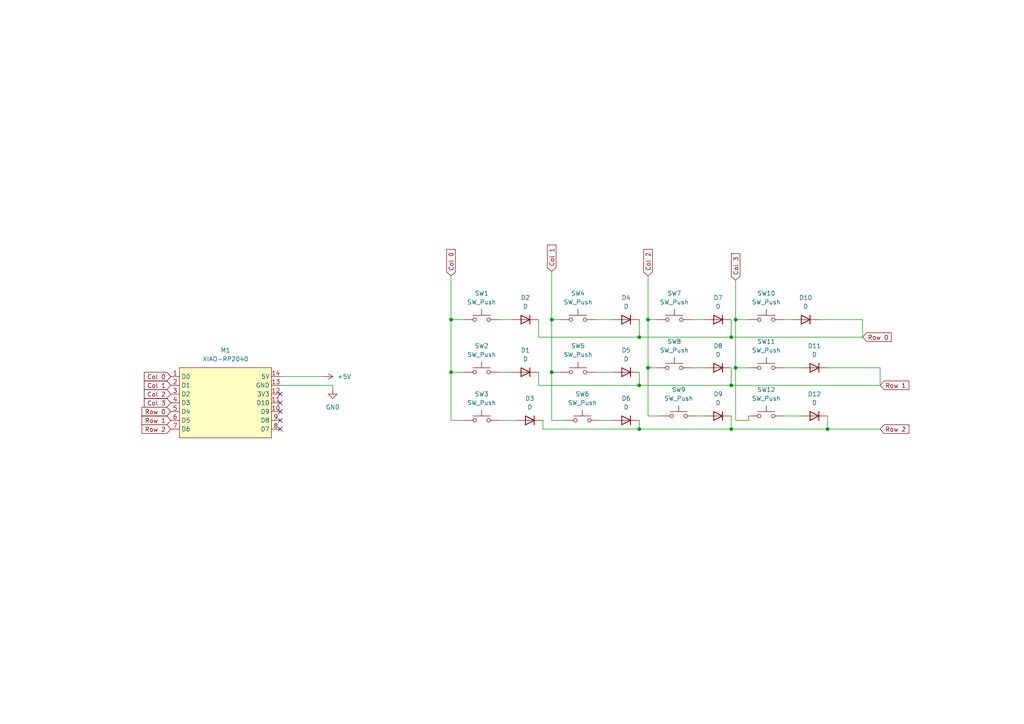
<source format=kicad_sch>
(kicad_sch (version 20231120) (generator "eeschema") (generator_version "8.0")
  (paper "A4")
  (lib_symbols
    (symbol "Device:D" (pin_numbers hide) (pin_names (offset 1.016) hide)
      (property "Reference" "D" (at 0 2.54 0))
      (property "Value" "D" (at 0 -2.54 0))
      (symbol "D_0_1"
        (polyline (pts (xy -1.27 1.27) (xy -1.27 -1.27)) (stroke (width 0.254)))
        (polyline (pts (xy 1.27 0) (xy -1.27 0)))
        (polyline (pts (xy 1.27 1.27) (xy 1.27 -1.27) (xy -1.27 0) (xy 1.27 1.27)) (stroke (width 0.254)))
      )
      (symbol "D_1_1"
        (pin passive line (at -3.81 0 0) (length 2.54) (name "K") (number "1"))
        (pin passive line (at 3.81 0 180) (length 2.54) (name "A") (number "2"))
      )
    )
    (symbol "Switch:SW_Push" (pin_numbers hide) (pin_names (offset 1.016) hide)
      (property "Reference" "SW" (at 1.27 2.54 0))
      (property "Value" "SW_Push" (at 0 -1.524 0))
      (symbol "SW_Push_0_1"
        (circle (center -2.032 0) (radius 0.508))
        (polyline (pts (xy 0 1.27) (xy 0 3.048)))
        (polyline (pts (xy 2.54 1.27) (xy -2.54 1.27)))
        (circle (center 2.032 0) (radius 0.508))
        (pin passive line (at -5.08 0 0) (length 2.54) (name "1") (number "1"))
        (pin passive line (at 5.08 0 180) (length 2.54) (name "2") (number "2"))
      )
    )
    (symbol "power:+5V" (power) (pin_numbers hide) (pin_names (offset 0) hide)
      (property "Value" "+5V" (at 0 3.556 0))
      (symbol "+5V_0_1"
        (polyline (pts (xy -0.762 1.27) (xy 0 2.54)))
        (polyline (pts (xy 0 0) (xy 0 2.54)))
        (polyline (pts (xy 0 2.54) (xy 0.762 1.27)))
      )
      (symbol "+5V_1_1"
        (pin power_in line (at 0 0 90) (length 0) (name "~") (number "1"))
      )
    )
    (symbol "power:GND" (power) (pin_numbers hide) (pin_names (offset 0) hide)
      (property "Value" "GND" (at 0 -3.81 0))
      (symbol "GND_0_1"
        (polyline (pts (xy 0 0) (xy 0 -1.27) (xy 1.27 -1.27) (xy 0 -2.54) (xy -1.27 -1.27) (xy 0 -1.27)))
      )
      (symbol "GND_1_1"
        (pin power_in line (at 0 0 270) (length 0) (name "~") (number "1"))
      )
    )
    (symbol "xiao-rp2040:XIAO-RP2040"
      (property "Reference" "M" (at 0 0 0))
      (property "Value" "XIAO-RP2040" (at 0 2.54 0))
      (symbol "XIAO-RP2040_0_1"
        (rectangle (start -12.7 10.16) (end 13.97 -10.16) (fill (type background)))
      )
      (symbol "XIAO-RP2040_1_1"
        (pin bidirectional line (at -15.24 7.62 0) (length 2.54) (name "D0") (number "1"))
        (pin bidirectional line (at 16.51 -2.54 180) (length 2.54) (name "D9") (number "10"))
        (pin bidirectional line (at 16.51 0 180) (length 2.54) (name "D10") (number "11"))
        (pin power_in line (at 16.51 2.54 180) (length 2.54) (name "3V3") (number "12"))
        (pin power_in line (at 16.51 5.08 180) (length 2.54) (name "GND") (number "13"))
        (pin power_in line (at 16.51 7.62 180) (length 2.54) (name "5V") (number "14"))
        (pin bidirectional line (at -15.24 5.08 0) (length 2.54) (name "D1") (number "2"))
        (pin bidirectional line (at -15.24 2.54 0) (length 2.54) (name "D2") (number "3"))
        (pin bidirectional line (at -15.24 0 0) (length 2.54) (name "D3") (number "4"))
        (pin bidirectional line (at -15.24 -2.54 0) (length 2.54) (name "D4") (number "5"))
        (pin bidirectional line (at -15.24 -5.08 0) (length 2.54) (name "D5") (number "6"))
        (pin bidirectional line (at -15.24 -7.62 0) (length 2.54) (name "D6") (number "7"))
        (pin bidirectional line (at 16.51 -7.62 180) (length 2.54) (name "D7") (number "8"))
        (pin bidirectional line (at 16.51 -5.08 180) (length 2.54) (name "D8") (number "9"))
      )
    )
  )
  (junction (at 160.02 92.71))
  (junction (at 213.36 106.68))
  (junction (at 212.09 124.46))
  (junction (at 187.96 92.71))
  (junction (at 212.09 111.76))
  (junction (at 185.42 111.76))
  (junction (at 130.81 107.95))
  (junction (at 212.09 97.79))
  (junction (at 187.96 106.68))
  (junction (at 185.42 124.46))
  (junction (at 240.03 124.46))
  (junction (at 160.02 107.95))
  (junction (at 213.36 92.71))
  (junction (at 130.81 92.71))
  (junction (at 185.42 97.79))
  (no_connect (at 81.28 121.92))
  (no_connect (at 81.28 124.46))
  (no_connect (at 81.28 116.84))
  (no_connect (at 81.28 114.3))
  (no_connect (at 81.28 119.38))
  (wire (pts (xy 187.96 80.01) (xy 187.96 92.71)))
  (wire (pts (xy 187.96 106.68) (xy 190.5 106.68)))
  (wire (pts (xy 240.03 106.68) (xy 255.27 106.68)))
  (wire (pts (xy 187.96 106.68) (xy 187.96 120.65)))
  (wire (pts (xy 213.36 121.92) (xy 217.17 121.92)))
  (wire (pts (xy 187.96 92.71) (xy 187.96 106.68)))
  (wire (pts (xy 213.36 92.71) (xy 213.36 106.68)))
  (wire (pts (xy 172.72 92.71) (xy 177.8 92.71)))
  (wire (pts (xy 172.72 107.95) (xy 177.8 107.95)))
  (wire (pts (xy 200.66 92.71) (xy 204.47 92.71)))
  (wire (pts (xy 81.28 109.22) (xy 93.98 109.22)))
  (wire (pts (xy 213.36 92.71) (xy 217.17 92.71)))
  (wire (pts (xy 144.78 121.92) (xy 149.86 121.92)))
  (wire (pts (xy 212.09 97.79) (xy 250.19 97.79)))
  (wire (pts (xy 212.09 106.68) (xy 212.09 111.76)))
  (wire (pts (xy 156.21 107.95) (xy 156.21 111.76)))
  (wire (pts (xy 130.81 107.95) (xy 134.62 107.95)))
  (wire (pts (xy 212.09 120.65) (xy 212.09 124.46)))
  (wire (pts (xy 212.09 92.71) (xy 212.09 97.79)))
  (wire (pts (xy 187.96 120.65) (xy 191.77 120.65)))
  (wire (pts (xy 160.02 92.71) (xy 162.56 92.71)))
  (wire (pts (xy 212.09 111.76) (xy 255.27 111.76)))
  (wire (pts (xy 187.96 92.71) (xy 190.5 92.71)))
  (wire (pts (xy 156.21 92.71) (xy 156.21 97.79)))
  (wire (pts (xy 144.78 107.95) (xy 148.59 107.95)))
  (wire (pts (xy 157.48 124.46) (xy 185.42 124.46)))
  (wire (pts (xy 173.99 121.92) (xy 177.8 121.92)))
  (wire (pts (xy 185.42 107.95) (xy 185.42 111.76)))
  (wire (pts (xy 160.02 121.92) (xy 163.83 121.92)))
  (wire (pts (xy 240.03 120.65) (xy 240.03 124.46)))
  (wire (pts (xy 130.81 92.71) (xy 130.81 107.95)))
  (wire (pts (xy 217.17 121.92) (xy 217.17 120.65)))
  (wire (pts (xy 213.36 106.68) (xy 217.17 106.68)))
  (wire (pts (xy 227.33 106.68) (xy 232.41 106.68)))
  (wire (pts (xy 144.78 92.71) (xy 148.59 92.71)))
  (wire (pts (xy 130.81 107.95) (xy 130.81 121.92)))
  (wire (pts (xy 185.42 121.92) (xy 185.42 124.46)))
  (wire (pts (xy 255.27 106.68) (xy 255.27 111.76)))
  (wire (pts (xy 240.03 124.46) (xy 255.27 124.46)))
  (wire (pts (xy 213.36 81.28) (xy 213.36 92.71)))
  (wire (pts (xy 200.66 106.68) (xy 204.47 106.68)))
  (wire (pts (xy 201.93 120.65) (xy 204.47 120.65)))
  (wire (pts (xy 130.81 80.01) (xy 130.81 92.71)))
  (wire (pts (xy 227.33 92.71) (xy 229.87 92.71)))
  (wire (pts (xy 156.21 111.76) (xy 185.42 111.76)))
  (wire (pts (xy 185.42 97.79) (xy 212.09 97.79)))
  (wire (pts (xy 81.28 111.76) (xy 96.52 111.76)))
  (wire (pts (xy 185.42 111.76) (xy 212.09 111.76)))
  (wire (pts (xy 185.42 92.71) (xy 185.42 97.79)))
  (wire (pts (xy 130.81 92.71) (xy 134.62 92.71)))
  (wire (pts (xy 96.52 111.76) (xy 96.52 113.03)))
  (wire (pts (xy 237.49 92.71) (xy 250.19 92.71)))
  (wire (pts (xy 130.81 121.92) (xy 134.62 121.92)))
  (wire (pts (xy 156.21 97.79) (xy 185.42 97.79)))
  (wire (pts (xy 212.09 124.46) (xy 240.03 124.46)))
  (wire (pts (xy 157.48 121.92) (xy 157.48 124.46)))
  (wire (pts (xy 160.02 107.95) (xy 162.56 107.95)))
  (wire (pts (xy 213.36 106.68) (xy 213.36 121.92)))
  (wire (pts (xy 160.02 107.95) (xy 160.02 121.92)))
  (wire (pts (xy 250.19 92.71) (xy 250.19 97.79)))
  (wire (pts (xy 227.33 120.65) (xy 232.41 120.65)))
  (wire (pts (xy 185.42 124.46) (xy 212.09 124.46)))
  (wire (pts (xy 160.02 78.74) (xy 160.02 92.71)))
  (wire (pts (xy 160.02 92.71) (xy 160.02 107.95)))
  (global_label "Col 1" (shape input) (at 160.02 78.74 90) (property "Intersheetrefs" "${INTERSHEET_REFS}" (effects (hide yes))))
  (global_label "Row 0" (shape input) (at 49.53 119.38 180) (property "Intersheetrefs" "${INTERSHEET_REFS}" (effects (hide yes))))
  (global_label "Col 3" (shape input) (at 213.36 81.28 90) (property "Intersheetrefs" "${INTERSHEET_REFS}" (effects (hide yes))))
  (global_label "Row 2" (shape input) (at 49.53 124.46 180) (property "Intersheetrefs" "${INTERSHEET_REFS}" (effects (hide yes))))
  (global_label "Col 1" (shape input) (at 49.53 111.76 180) (property "Intersheetrefs" "${INTERSHEET_REFS}" (effects (hide yes))))
  (global_label "Col 2" (shape input) (at 49.53 114.3 180) (property "Intersheetrefs" "${INTERSHEET_REFS}" (effects (hide yes))))
  (global_label "Row 2" (shape input) (at 255.27 124.46 0) (property "Intersheetrefs" "${INTERSHEET_REFS}" (effects (hide yes))))
  (global_label "Col 2" (shape input) (at 187.96 80.01 90) (property "Intersheetrefs" "${INTERSHEET_REFS}" (effects (hide yes))))
  (global_label "Col 0" (shape input) (at 130.81 80.01 90) (property "Intersheetrefs" "${INTERSHEET_REFS}" (effects (hide yes))))
  (global_label "Col 3" (shape input) (at 49.53 116.84 180) (property "Intersheetrefs" "${INTERSHEET_REFS}" (effects (hide yes))))
  (global_label "Col 0" (shape input) (at 49.53 109.22 180) (property "Intersheetrefs" "${INTERSHEET_REFS}" (effects (hide yes))))
  (global_label "Row 0" (shape input) (at 250.19 97.79 0) (property "Intersheetrefs" "${INTERSHEET_REFS}" (effects (hide yes))))
  (global_label "Row 1" (shape input) (at 49.53 121.92 180) (property "Intersheetrefs" "${INTERSHEET_REFS}" (effects (hide yes))))
  (global_label "Row 1" (shape input) (at 255.27 111.76 0) (property "Intersheetrefs" "${INTERSHEET_REFS}" (effects (hide yes))))
  (symbol (lib_id "Switch:SW_Push") (at 222.25 92.71 0) (unit 1)
    (property "Reference" "SW10" (at 222.25 85.09 0))
    (property "Value" "SW_Push" (at 222.25 87.63 0))
    (property "Footprint" "Button_Switch_Keyboard:SW_Cherry_MX_1.00u_PCB" (effects (hide yes)))
    (property "Description" "Push button switch, generic, two pins" (effects (hide yes)))
  )
  (symbol (lib_id "Switch:SW_Push") (at 195.58 106.68 0) (unit 1)
    (property "Reference" "SW8" (at 195.58 99.06 0))
    (property "Value" "SW_Push" (at 195.58 101.6 0))
    (property "Footprint" "Button_Switch_Keyboard:SW_Cherry_MX_1.00u_PCB" (effects (hide yes)))
    (property "Description" "Push button switch, generic, two pins" (effects (hide yes)))
  )
  (symbol (lib_id "Switch:SW_Push") (at 222.25 106.68 0) (unit 1)
    (property "Reference" "SW11" (at 222.25 99.06 0))
    (property "Value" "SW_Push" (at 222.25 101.6 0))
    (property "Footprint" "Button_Switch_Keyboard:SW_Cherry_MX_1.00u_PCB" (effects (hide yes)))
    (property "Description" "Push button switch, generic, two pins" (effects (hide yes)))
  )
  (symbol (lib_id "Device:D") (at 181.61 107.95 180) (unit 1)
    (property "Reference" "D5" (at 181.61 101.6 0))
    (property "Value" "D" (at 181.61 104.14 0))
    (property "Footprint" "library:1N4148" (effects (hide yes)))
    (property "Description" "Diode" (effects (hide yes)))
    (property "Sim.Device" "D" (effects (hide yes)))
    (property "Sim.Pins" "1=K 2=A" (effects (hide yes)))
  )
  (symbol (lib_id "Device:D") (at 233.68 92.71 180) (unit 1)
    (property "Reference" "D10" (at 233.68 86.36 0))
    (property "Value" "D" (at 233.68 88.9 0))
    (property "Footprint" "library:1N4148" (effects (hide yes)))
    (property "Description" "Diode" (effects (hide yes)))
    (property "Sim.Device" "D" (effects (hide yes)))
    (property "Sim.Pins" "1=K 2=A" (effects (hide yes)))
  )
  (symbol (lib_id "Device:D") (at 181.61 92.71 180) (unit 1)
    (property "Reference" "D4" (at 181.61 86.36 0))
    (property "Value" "D" (at 181.61 88.9 0))
    (property "Footprint" "library:1N4148" (effects (hide yes)))
    (property "Description" "Diode" (effects (hide yes)))
    (property "Sim.Device" "D" (effects (hide yes)))
    (property "Sim.Pins" "1=K 2=A" (effects (hide yes)))
  )
  (symbol (lib_id "Switch:SW_Push") (at 139.7 107.95 0) (unit 1)
    (property "Reference" "SW2" (at 139.7 100.33 0))
    (property "Value" "SW_Push" (at 139.7 102.87 0))
    (property "Footprint" "Button_Switch_Keyboard:SW_Cherry_MX_1.00u_PCB" (effects (hide yes)))
    (property "Description" "Push button switch, generic, two pins" (effects (hide yes)))
  )
  (symbol (lib_id "Device:D") (at 208.28 120.65 180) (unit 1)
    (property "Reference" "D9" (at 208.28 114.3 0))
    (property "Value" "D" (at 208.28 116.84 0))
    (property "Footprint" "library:1N4148" (effects (hide yes)))
    (property "Description" "Diode" (effects (hide yes)))
    (property "Sim.Device" "D" (effects (hide yes)))
    (property "Sim.Pins" "1=K 2=A" (effects (hide yes)))
  )
  (symbol (lib_id "Switch:SW_Push") (at 196.85 120.65 0) (unit 1)
    (property "Reference" "SW9" (at 196.85 113.03 0))
    (property "Value" "SW_Push" (at 196.85 115.57 0))
    (property "Footprint" "Button_Switch_Keyboard:SW_Cherry_MX_1.00u_PCB" (effects (hide yes)))
    (property "Description" "Push button switch, generic, two pins" (effects (hide yes)))
  )
  (symbol (lib_id "power:+5V") (at 93.98 109.22 270) (unit 1)
    (property "Reference" "#PWR02" (effects (hide yes)))
    (property "Value" "+5V" (at 97.79 109.2199 90) (effects (justify left)))
    (property "Description" "Power symbol creates a global label with name \"+5V\"" (effects (hide yes)))
  )
  (symbol (lib_id "Switch:SW_Push") (at 168.91 121.92 0) (unit 1)
    (property "Reference" "SW6" (at 168.91 114.3 0))
    (property "Value" "SW_Push" (at 168.91 116.84 0))
    (property "Footprint" "Button_Switch_Keyboard:SW_Cherry_MX_1.00u_PCB" (effects (hide yes)))
    (property "Description" "Push button switch, generic, two pins" (effects (hide yes)))
  )
  (symbol (lib_id "Device:D") (at 153.67 121.92 180) (unit 1)
    (property "Reference" "D3" (at 153.67 115.57 0))
    (property "Value" "D" (at 153.67 118.11 0))
    (property "Footprint" "library:1N4148" (effects (hide yes)))
    (property "Description" "Diode" (effects (hide yes)))
    (property "Sim.Device" "D" (effects (hide yes)))
    (property "Sim.Pins" "1=K 2=A" (effects (hide yes)))
  )
  (symbol (lib_id "Switch:SW_Push") (at 195.58 92.71 0) (unit 1)
    (property "Reference" "SW7" (at 195.58 85.09 0))
    (property "Value" "SW_Push" (at 195.58 87.63 0))
    (property "Footprint" "Button_Switch_Keyboard:SW_Cherry_MX_1.00u_PCB" (effects (hide yes)))
    (property "Description" "Push button switch, generic, two pins" (effects (hide yes)))
  )
  (symbol (lib_id "Device:D") (at 208.28 92.71 180) (unit 1)
    (property "Reference" "D7" (at 208.28 86.36 0))
    (property "Value" "D" (at 208.28 88.9 0))
    (property "Footprint" "library:1N4148" (effects (hide yes)))
    (property "Description" "Diode" (effects (hide yes)))
    (property "Sim.Device" "D" (effects (hide yes)))
    (property "Sim.Pins" "1=K 2=A" (effects (hide yes)))
  )
  (symbol (lib_id "Switch:SW_Push") (at 222.25 120.65 0) (unit 1)
    (property "Reference" "SW12" (at 222.25 113.03 0))
    (property "Value" "SW_Push" (at 222.25 115.57 0))
    (property "Footprint" "Button_Switch_Keyboard:SW_Cherry_MX_1.00u_PCB" (effects (hide yes)))
    (property "Description" "Push button switch, generic, two pins" (effects (hide yes)))
  )
  (symbol (lib_id "Device:D") (at 236.22 106.68 180) (unit 1)
    (property "Reference" "D11" (at 236.22 100.33 0))
    (property "Value" "D" (at 236.22 102.87 0))
    (property "Footprint" "library:1N4148" (effects (hide yes)))
    (property "Description" "Diode" (effects (hide yes)))
    (property "Sim.Device" "D" (effects (hide yes)))
    (property "Sim.Pins" "1=K 2=A" (effects (hide yes)))
  )
  (symbol (lib_id "Device:D") (at 152.4 107.95 180) (unit 1)
    (property "Reference" "D1" (at 152.4 101.6 0))
    (property "Value" "D" (at 152.4 104.14 0))
    (property "Footprint" "library:1N4148" (effects (hide yes)))
    (property "Description" "Diode" (effects (hide yes)))
    (property "Sim.Device" "D" (effects (hide yes)))
    (property "Sim.Pins" "1=K 2=A" (effects (hide yes)))
  )
  (symbol (lib_id "Device:D") (at 152.4 92.71 180) (unit 1)
    (property "Reference" "D2" (at 152.4 86.36 0))
    (property "Value" "D" (at 152.4 88.9 0))
    (property "Footprint" "library:1N4148" (effects (hide yes)))
    (property "Description" "Diode" (effects (hide yes)))
    (property "Sim.Device" "D" (effects (hide yes)))
    (property "Sim.Pins" "1=K 2=A" (effects (hide yes)))
  )
  (symbol (lib_id "Device:D") (at 208.28 106.68 180) (unit 1)
    (property "Reference" "D8" (at 208.28 100.33 0))
    (property "Value" "D" (at 208.28 102.87 0))
    (property "Footprint" "library:1N4148" (effects (hide yes)))
    (property "Description" "Diode" (effects (hide yes)))
    (property "Sim.Device" "D" (effects (hide yes)))
    (property "Sim.Pins" "1=K 2=A" (effects (hide yes)))
  )
  (symbol (lib_id "Switch:SW_Push") (at 139.7 121.92 0) (unit 1)
    (property "Reference" "SW3" (at 139.7 114.3 0))
    (property "Value" "SW_Push" (at 139.7 116.84 0))
    (property "Footprint" "Button_Switch_Keyboard:SW_Cherry_MX_1.00u_PCB" (effects (hide yes)))
    (property "Description" "Push button switch, generic, two pins" (effects (hide yes)))
  )
  (symbol (lib_id "Switch:SW_Push") (at 167.64 107.95 0) (unit 1)
    (property "Reference" "SW5" (at 167.64 100.33 0))
    (property "Value" "SW_Push" (at 167.64 102.87 0))
    (property "Footprint" "Button_Switch_Keyboard:SW_Cherry_MX_1.00u_PCB" (effects (hide yes)))
    (property "Description" "Push button switch, generic, two pins" (effects (hide yes)))
  )
  (symbol (lib_id "Switch:SW_Push") (at 139.7 92.71 0) (unit 1)
    (property "Reference" "SW1" (at 139.7 85.09 0))
    (property "Value" "SW_Push" (at 139.7 87.63 0))
    (property "Footprint" "Button_Switch_Keyboard:SW_Cherry_MX_1.00u_PCB" (effects (hide yes)))
    (property "Description" "Push button switch, generic, two pins" (effects (hide yes)))
  )
  (symbol (lib_id "power:GND") (at 96.52 113.03 0) (unit 1)
    (property "Reference" "#PWR01" (effects (hide yes)))
    (property "Value" "GND" (at 96.52 118.11 0))
    (property "Description" "Power symbol creates a global label with name \"GND\" , ground" (effects (hide yes)))
  )
  (symbol (lib_id "xiao-rp2040:XIAO-RP2040") (at 64.77 116.84 0) (unit 1)
    (property "Reference" "M1" (at 65.405 101.6 0))
    (property "Value" "XIAO-RP2040" (at 65.405 104.14 0))
    (property "Footprint" "library:XIAO-Generic-Hybrid-14P-2.54-21X17.8MM" (effects (hide yes)))
  )
  (symbol (lib_id "Switch:SW_Push") (at 167.64 92.71 0) (unit 1)
    (property "Reference" "SW4" (at 167.64 85.09 0))
    (property "Value" "SW_Push" (at 167.64 87.63 0))
    (property "Footprint" "Button_Switch_Keyboard:SW_Cherry_MX_1.00u_PCB" (effects (hide yes)))
    (property "Description" "Push button switch, generic, two pins" (effects (hide yes)))
  )
  (symbol (lib_id "Device:D") (at 236.22 120.65 180) (unit 1)
    (property "Reference" "D12" (at 236.22 114.3 0))
    (property "Value" "D" (at 236.22 116.84 0))
    (property "Footprint" "library:1N4148" (effects (hide yes)))
    (property "Description" "Diode" (effects (hide yes)))
    (property "Sim.Device" "D" (effects (hide yes)))
    (property "Sim.Pins" "1=K 2=A" (effects (hide yes)))
  )
  (symbol (lib_id "Device:D") (at 181.61 121.92 180) (unit 1)
    (property "Reference" "D6" (at 181.61 115.57 0))
    (property "Value" "D" (at 181.61 118.11 0))
    (property "Footprint" "library:1N4148" (effects (hide yes)))
    (property "Description" "Diode" (effects (hide yes)))
    (property "Sim.Device" "D" (effects (hide yes)))
    (property "Sim.Pins" "1=K 2=A" (effects (hide yes)))
  )
)
</source>
